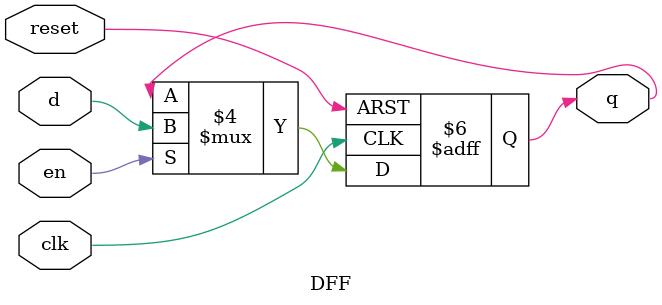
<source format=v>
module DFF (
    input wire clk,d,reset,en,
    output reg q
);
    always @(posedge clk, posedge reset)
    begin
    case(reset)
    
    1'b0:
    begin
    if(en==1'b1)
    q<=d;
    else
    q<=q;
    end
    default:q<=0;
    endcase    
    end
endmodule
</source>
